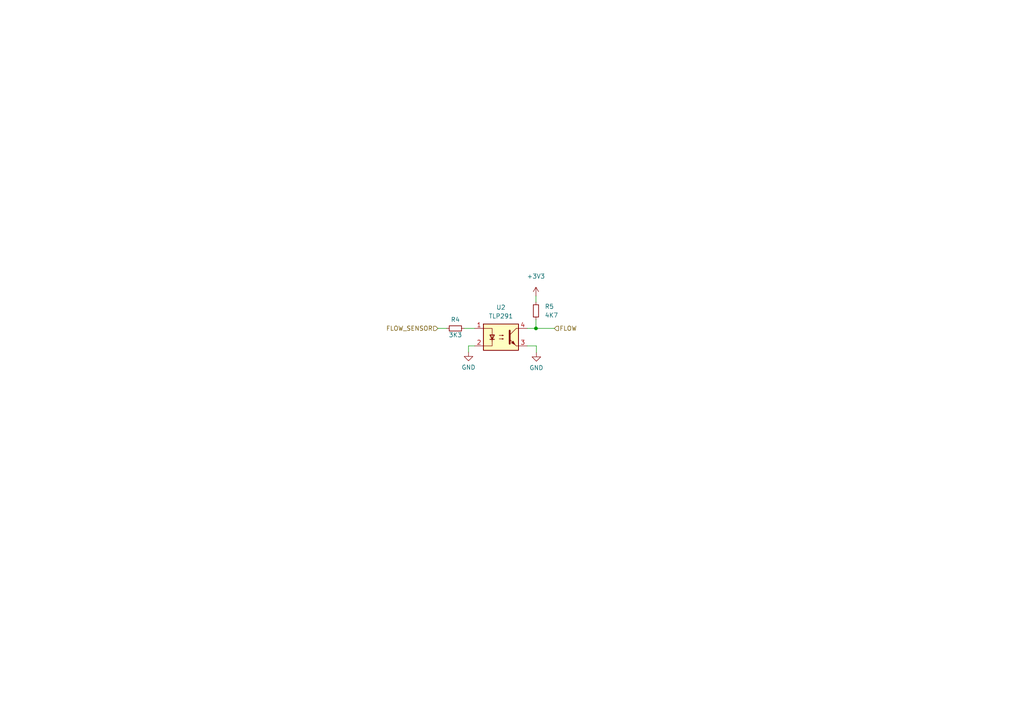
<source format=kicad_sch>
(kicad_sch (version 20211123) (generator eeschema)
  (paper "A4")
  (title_block (title "MILK POMP") (date "2022-12-06") (rev "V2") (company "ELTASSAN LTD") (comment 1 "EYYÜP KARAKAYA ") (comment 2 "DONANIM TASARIM MÜHENDİSİ"))
  (lib_symbols
    (symbol "Device:R_Small" (pin_numbers hide) (pin_names (offset 0.254) hide)
      (property "Reference" "R" (at 0.762 0.508 0))
      (property "Value" "R_Small" (at 0.762 -1.016 0))
      (symbol "R_Small_0_1"
        (rectangle (start -0.762 1.778) (end 0.762 -1.778) (stroke (width 0.2032)))
      )
      (symbol "R_Small_1_1"
        (pin passive line (at 0 2.54 270) (length 0.762) (name "~") (number "1"))
        (pin passive line (at 0 -2.54 90) (length 0.762) (name "~") (number "2"))
      )
    )
    (symbol "Isolator:TLP291"
      (property "Reference" "U" (at -5.08 5.08 0))
      (property "Value" "TLP291" (at 0 5.08 0))
      (symbol "TLP291_0_1"
        (rectangle (start -5.08 3.81) (end 5.08 -3.81) (stroke (width 0.254)) (fill (type background)))
        (polyline (pts (xy -3.175 -0.635) (xy -1.905 -0.635)) (stroke (width 0.254)))
        (polyline (pts (xy 2.54 0.635) (xy 4.445 2.54)))
        (polyline (pts (xy 4.445 -2.54) (xy 2.54 -0.635)) (fill (type outline)))
        (polyline (pts (xy 4.445 -2.54) (xy 5.08 -2.54)))
        (polyline (pts (xy 4.445 2.54) (xy 5.08 2.54)))
        (polyline (pts (xy -2.54 -0.635) (xy -2.54 -2.54) (xy -5.08 -2.54)))
        (polyline (pts (xy 2.54 1.905) (xy 2.54 -1.905) (xy 2.54 -1.905)) (stroke (width 0.508)))
        (polyline (pts (xy -5.08 2.54) (xy -2.54 2.54) (xy -2.54 -1.27) (xy -2.54 0.635)))
        (polyline (pts (xy -2.54 -0.635) (xy -3.175 0.635) (xy -1.905 0.635) (xy -2.54 -0.635)) (stroke (width 0.254)))
        (polyline (pts (xy -0.508 -0.508) (xy 0.762 -0.508) (xy 0.381 -0.635) (xy 0.381 -0.381) (xy 0.762 -0.508)))
        (polyline (pts (xy -0.508 0.508) (xy 0.762 0.508) (xy 0.381 0.381) (xy 0.381 0.635) (xy 0.762 0.508)))
        (polyline (pts (xy 3.048 -1.651) (xy 3.556 -1.143) (xy 4.064 -2.159) (xy 3.048 -1.651) (xy 3.048 -1.651)) (fill (type outline)))
      )
      (symbol "TLP291_1_1"
        (pin passive line (at -7.62 2.54 0) (length 2.54) (name "~") (number "1"))
        (pin passive line (at -7.62 -2.54 0) (length 2.54) (name "~") (number "2"))
        (pin passive line (at 7.62 -2.54 180) (length 2.54) (name "~") (number "3"))
        (pin passive line (at 7.62 2.54 180) (length 2.54) (name "~") (number "4"))
      )
    )
    (symbol "power:+3V3" (power) (pin_names (offset 0))
      (property "Value" "+3V3" (at 0 3.556 0))
      (symbol "+3V3_0_1"
        (polyline (pts (xy -0.762 1.27) (xy 0 2.54)))
        (polyline (pts (xy 0 0) (xy 0 2.54)))
        (polyline (pts (xy 0 2.54) (xy 0.762 1.27)))
      )
      (symbol "+3V3_1_1"
        (pin power_in line (at 0 0 90) (length 0) hide (name "+3V3") (number "1"))
      )
    )
    (symbol "power:GND" (power) (pin_names (offset 0))
      (property "Value" "GND" (at 0 -3.81 0))
      (symbol "GND_0_1"
        (polyline (pts (xy 0 0) (xy 0 -1.27) (xy 1.27 -1.27) (xy 0 -2.54) (xy -1.27 -1.27) (xy 0 -1.27)))
      )
      (symbol "GND_1_1"
        (pin power_in line (at 0 0 270) (length 0) hide (name "GND") (number "1"))
      )
    )
  )
  (junction (at 155.448 95.25))
  (wire (pts (xy 135.89 100.33) (xy 137.668 100.33)))
  (wire (pts (xy 135.89 102.108) (xy 135.89 100.33)))
  (wire (pts (xy 127 95.25) (xy 129.54 95.25)))
  (wire (pts (xy 152.908 100.33) (xy 155.575 100.33)))
  (wire (pts (xy 155.448 85.852) (xy 155.448 87.63)))
  (wire (pts (xy 155.448 92.71) (xy 155.448 95.25)))
  (wire (pts (xy 155.448 95.25) (xy 152.908 95.25)))
  (wire (pts (xy 155.448 95.25) (xy 160.782 95.25)))
  (wire (pts (xy 134.62 95.25) (xy 137.668 95.25)))
  (wire (pts (xy 155.575 100.33) (xy 155.575 102.235)))
  (hierarchical_label "FLOW_SENSOR" (shape input) (at 127 95.25 180))
  (hierarchical_label "FLOW" (shape input) (at 160.782 95.25 0))
  (symbol (lib_id "power:GND") (at 135.89 102.108 0) (unit 1)
    (property "Reference" "#PWR016" (effects hide))
    (property "Value" "GND" (at 135.89 106.553 0))
  )
  (symbol (lib_id "power:+3V3") (at 155.448 85.852 0) (unit 1)
    (property "Reference" "#PWR017" (effects hide))
    (property "Value" "+3V3" (at 155.448 80.137 0))
  )
  (symbol (lib_id "Device:R_Small") (at 155.448 90.17 0) (unit 1)
    (property "Reference" "R5" (at 157.988 88.8999 0) (effects (justify left)))
    (property "Value" "4K7" (at 157.988 91.4399 0) (effects (justify left)))
    (property "Footprint" "Resistor_SMD:R_0603_1608Metric" (effects hide))
  )
  (symbol (lib_id "Device:R_Small") (at 132.08 95.25 90) (unit 1)
    (property "Reference" "R4" (at 132.08 92.71 90))
    (property "Value" "3K3" (at 132.08 97.155 90))
    (property "Footprint" "Resistor_SMD:R_0603_1608Metric" (effects hide))
  )
  (symbol (lib_id "Isolator:TLP291") (at 145.288 97.79 0) (unit 1)
    (property "Reference" "U2" (at 145.288 89.154 0))
    (property "Value" "TLP291" (at 145.288 91.694 0))
    (property "Footprint" "Package_SO:SOIC-4_4.55x2.6mm_P1.27mm" (effects hide))
    (property "Datasheet" "https://toshiba.semicon-storage.com/info/docget.jsp?did=12884&prodName=TLP291" (effects hide))
  )
  (symbol (lib_id "power:GND") (at 155.575 102.235 0) (unit 1)
    (property "Reference" "#PWR018" (effects hide))
    (property "Value" "GND" (at 155.575 106.68 0))
  )
)
</source>
